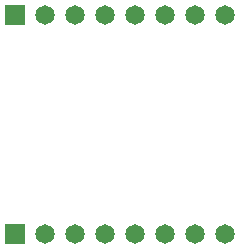
<source format=gbl>
G04 (created by PCBNEW-RS274X (2011-aug-04)-testing) date Wed 27 Feb 2013 02:04:47 PM PST*
G01*
G70*
G90*
%MOIN*%
G04 Gerber Fmt 3.4, Leading zero omitted, Abs format*
%FSLAX34Y34*%
G04 APERTURE LIST*
%ADD10C,0.006000*%
%ADD11C,0.065000*%
%ADD12R,0.065000X0.065000*%
G04 APERTURE END LIST*
G54D10*
G54D11*
X25799Y-30498D03*
X24799Y-30498D03*
X23799Y-30498D03*
G54D12*
X22799Y-30498D03*
G54D11*
X26799Y-30498D03*
X27799Y-30498D03*
X28799Y-30498D03*
X29799Y-30498D03*
X25799Y-23200D03*
X24799Y-23200D03*
X23799Y-23200D03*
G54D12*
X22799Y-23200D03*
G54D11*
X26799Y-23200D03*
X27799Y-23200D03*
X28799Y-23200D03*
X29799Y-23200D03*
M02*

</source>
